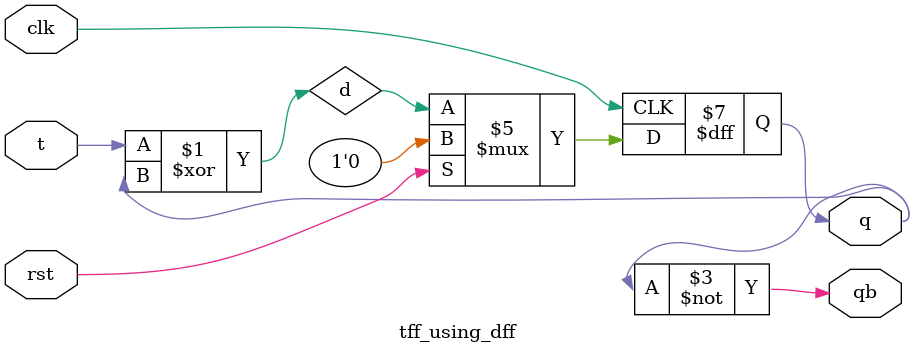
<source format=v>
module tff_using_dff (
    input wire clk,
    input wire rst,
    input wire t,
    output reg q,
    output wire qb
);
    wire d;
    assign d = t ^ q;
    always @(posedge clk) begin
        if (rst)
            q <= 1'b0; 
        else
            q <= d;  
    end
  assign qb = ~q;

endmodule

</source>
